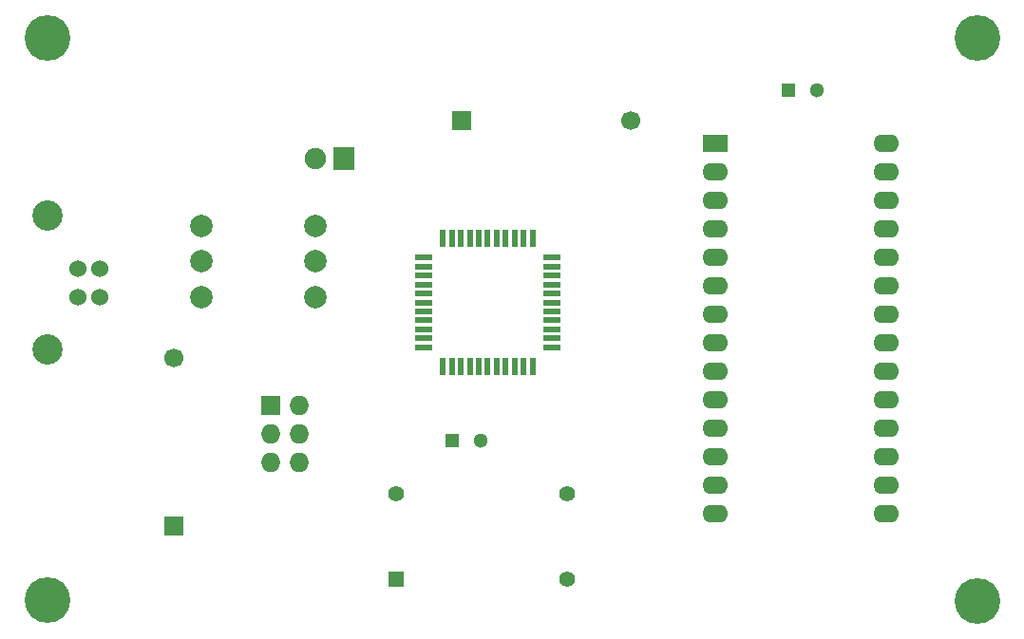
<source format=gbr>
G04 #@! TF.FileFunction,Soldermask,Top*
%FSLAX46Y46*%
G04 Gerber Fmt 4.6, Leading zero omitted, Abs format (unit mm)*
G04 Created by KiCad (PCBNEW (2015-07-24 BZR 5991)-product) date Tuesday, July 28, 2015 'PMt' 09:28:55 PM*
%MOMM*%
G01*
G04 APERTURE LIST*
%ADD10C,0.100000*%
%ADD11C,4.064000*%
%ADD12R,1.900000X2.000000*%
%ADD13C,1.900000*%
%ADD14R,1.727200X1.727200*%
%ADD15O,1.727200X1.727200*%
%ADD16R,1.500000X0.550000*%
%ADD17R,0.550000X1.500000*%
%ADD18R,2.286000X1.574800*%
%ADD19O,2.286000X1.574800*%
%ADD20R,1.700000X1.700000*%
%ADD21C,1.700000*%
%ADD22R,1.300000X1.300000*%
%ADD23C,1.300000*%
%ADD24C,1.998980*%
%ADD25R,1.397000X1.397000*%
%ADD26C,1.397000*%
%ADD27C,1.524000*%
%ADD28C,2.700020*%
G04 APERTURE END LIST*
D10*
D11*
X109575600Y-81026000D03*
X192481200Y-81026000D03*
X192481200Y-131267200D03*
D12*
X136017000Y-91821000D03*
D13*
X133477000Y-91821000D03*
D14*
X129540000Y-113792000D03*
D15*
X132080000Y-113792000D03*
X129540000Y-116332000D03*
X132080000Y-116332000D03*
X129540000Y-118872000D03*
X132080000Y-118872000D03*
D16*
X143144000Y-100648000D03*
X143144000Y-101448000D03*
X143144000Y-102248000D03*
X143144000Y-103048000D03*
X143144000Y-103848000D03*
X143144000Y-104648000D03*
X143144000Y-105448000D03*
X143144000Y-106248000D03*
X143144000Y-107048000D03*
X143144000Y-107848000D03*
X143144000Y-108648000D03*
D17*
X144844000Y-110348000D03*
X145644000Y-110348000D03*
X146444000Y-110348000D03*
X147244000Y-110348000D03*
X148044000Y-110348000D03*
X148844000Y-110348000D03*
X149644000Y-110348000D03*
X150444000Y-110348000D03*
X151244000Y-110348000D03*
X152044000Y-110348000D03*
X152844000Y-110348000D03*
D16*
X154544000Y-108648000D03*
X154544000Y-107848000D03*
X154544000Y-107048000D03*
X154544000Y-106248000D03*
X154544000Y-105448000D03*
X154544000Y-104648000D03*
X154544000Y-103848000D03*
X154544000Y-103048000D03*
X154544000Y-102248000D03*
X154544000Y-101448000D03*
X154544000Y-100648000D03*
D17*
X152844000Y-98948000D03*
X152044000Y-98948000D03*
X151244000Y-98948000D03*
X150444000Y-98948000D03*
X149644000Y-98948000D03*
X148844000Y-98948000D03*
X148044000Y-98948000D03*
X147244000Y-98948000D03*
X146444000Y-98948000D03*
X145644000Y-98948000D03*
X144844000Y-98948000D03*
D18*
X169164000Y-90424000D03*
D19*
X169164000Y-92964000D03*
X169164000Y-95504000D03*
X169164000Y-98044000D03*
X169164000Y-100584000D03*
X169164000Y-103124000D03*
X169164000Y-105664000D03*
X169164000Y-108204000D03*
X169164000Y-110744000D03*
X169164000Y-113284000D03*
X169164000Y-115824000D03*
X169164000Y-118364000D03*
X169164000Y-120904000D03*
X169164000Y-123444000D03*
X184404000Y-123444000D03*
X184404000Y-120904000D03*
X184404000Y-118364000D03*
X184404000Y-115824000D03*
X184404000Y-113284000D03*
X184404000Y-110744000D03*
X184404000Y-108204000D03*
X184404000Y-105664000D03*
X184404000Y-103124000D03*
X184404000Y-100584000D03*
X184404000Y-98044000D03*
X184404000Y-95504000D03*
X184404000Y-92964000D03*
X184404000Y-90424000D03*
D20*
X120904000Y-124587000D03*
D21*
X120904000Y-109587000D03*
D20*
X146558000Y-88392000D03*
D21*
X161558000Y-88392000D03*
D22*
X145669000Y-116967000D03*
D23*
X148169000Y-116967000D03*
D22*
X175641000Y-85725000D03*
D23*
X178141000Y-85725000D03*
D24*
X133477000Y-104140000D03*
X123317000Y-104140000D03*
X133477000Y-100965000D03*
X123317000Y-100965000D03*
X123317000Y-97790000D03*
X133477000Y-97790000D03*
D25*
X140716000Y-129286000D03*
D26*
X155956000Y-129286000D03*
X155956000Y-121666000D03*
X140716000Y-121666000D03*
D11*
X109626400Y-131165600D03*
D27*
X114300000Y-101600000D03*
X114300000Y-104140000D03*
X112301020Y-104140000D03*
X112301020Y-101600000D03*
D28*
X109601000Y-96870520D03*
X109601000Y-108869480D03*
M02*

</source>
